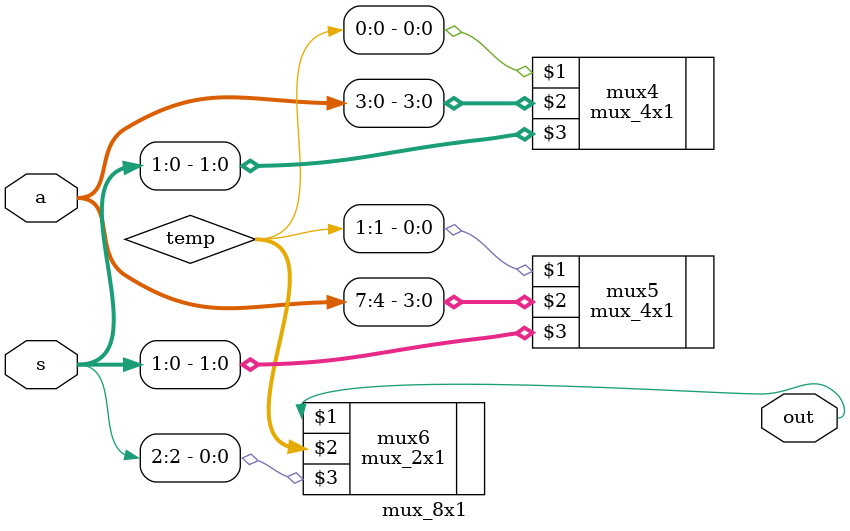
<source format=v>
module mux_8x1(out, a, s);

input [7:0] a;
input [2:0] s;
output out;

wire [1:0] temp;

mux_4x1 mux4(temp[0], a[3:0], s[1:0]),
        mux5(temp[1], a[7:4], s[1:0]);
        
mux_2x1 mux6(out, temp, s[2]);

endmodule
</source>
